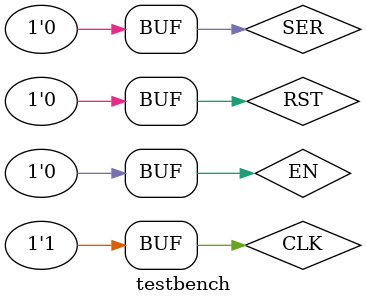
<source format=v>
`timescale 1ns / 1ps


module testbench;

	// Inputs
	reg CLK;
	reg EN;
	reg RST;
	reg SER;

	// Outputs
	wire [7:0] Q;

	// Instantiate the Unit Under Test (UUT)
	SHIFT_REG_8BIT uut (
		.CLK(CLK), 
		.EN(EN), 
		.RST(RST), 
		.SER(SER), 
		.Q(Q)
	);

	initial begin
		// Initialize Inputs
		CLK = 0;
		EN = 0;
		RST = 1;
		SER = 0;

		// Wait 100 ns for global reset to finish
		#100;
        
		// Add stimulus here
		#5 CLK=0;
			EN = 1;
		#5 CLK=1;
		#5 CLK=0;
			SER = 1;
		#5 CLK=1;
		#5 CLK=0;
			SER = 0;
		#5 CLK=1;
		#5 CLK=0;
			EN = 0;
		#5 CLK=1;
		#5 CLK=0;
			SER = 1;
		#5 CLK=1;
		#5 CLK=0;
			SER = 1;
		#5 CLK=1;
		#5 CLK=0;
			SER = 0;
		#5 CLK=1;
		#5 CLK=0;
			SER = 0;
		#5 CLK=1;
		#5 CLK=0;
			SER = 1;
		#5 CLK=1;
		#5 CLK=0;
			SER = 0;
		#5 CLK=1;
		#5 CLK=0;
			SER = 0;
		#5 CLK=1;		
		#5 CLK=0;
			SER = 0;
		#5 CLK=1;		
		#5 CLK=0;
			SER = 1;
		#5 CLK=1;		
		#5 CLK=0;
			RST = 0;
		#5 CLK=1;
		#5 CLK=0;
			SER = 0;
		#5 CLK=1;
	end
      
endmodule


</source>
